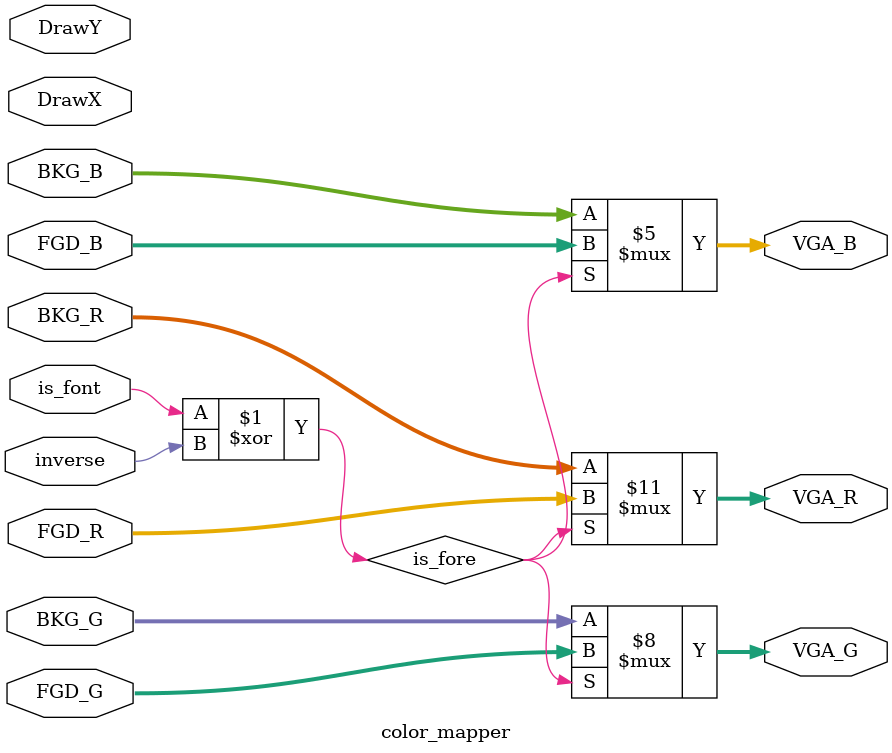
<source format=sv>

module  color_mapper ( 
    input              is_font, inverse,
    input [3:0] FGD_R, FGD_G, FGD_B, BKG_R, BKG_G, BKG_B,
    input        [9:0] DrawX, DrawY,       // Current pixel coordinates
    output logic [3:0] VGA_R, VGA_G, VGA_B // VGA RGB output
);
    logic is_fore;
    assign is_fore = is_font ^ inverse;
    
    // Assign color based on is_ball signal
    always_comb
    begin
        if (is_fore == 1'b1) 
        begin
            // Foreground
            VGA_R = FGD_R;
            VGA_G = FGD_G;
            VGA_B = FGD_B;
        end
        else 
        begin
            // Background
            VGA_R = BKG_R;
            VGA_G = BKG_G;
            VGA_B = BKG_B;
        end
    end 
    
endmodule

</source>
